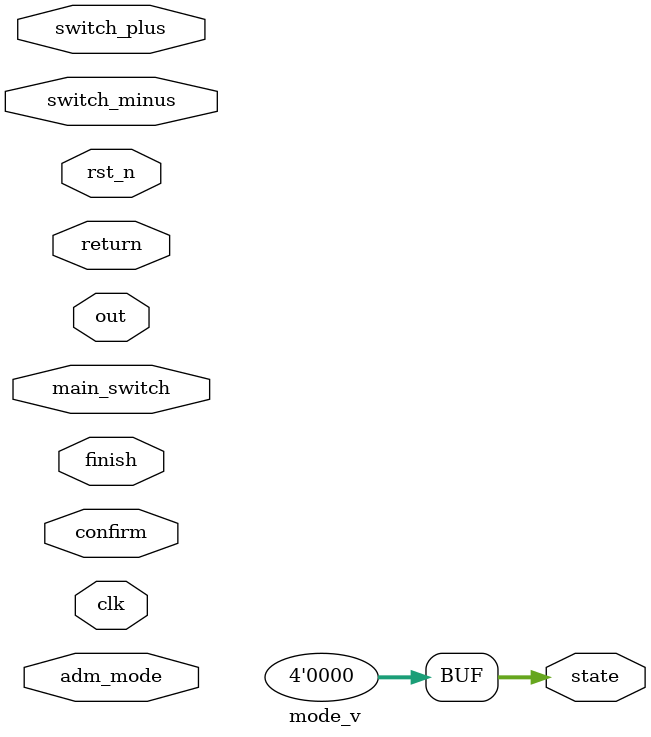
<source format=v>
`timescale 1ns / 1ps


module mode_v(clk, rst_n, main_switch, adm_mode,switch_plus,switch_minus, confirm, return, finish, out, state);
input clk, rst_n,
     main_switch,
     adm_mode,
     switch_plus,switch_minus,
     confirm, return,
     finish, out;

output reg [3:0]state = 4'b0000;


parameter S_OFF = 4'b0000,//?????????????¦Ê?????
          S_INQUIRE = 4'b0001,//????????¦²??5s????§Ý?????????§Ý?????plus??minus???§Ý????
          S_ADD_AMOUNT = 4'b0011,//???????????????????????????????????????
          //???????????????§Ø??????§³??1???????????
          S_PAYMENT = 4'b0010,//???????????????????????????????
          S_SUCCESS = 4'b0110,//?????????????????????????????????????????????????finish????????
          S_FAILURE = 4'b0111,//?????????????????????
          S_ADM1 = 4'b0101,//???inquire
          S_ADM2 = 4'b0100,//???reset
          S_ADM3 = 4'b1100,//???sale
          S_ADM_INQUIRE = 4'b1101,//??????????
          S_ADM_ADD = 4'b1111,//?????????????????????????????
          S_RESET = 4'b1110,//????????????????????finish???????????????
          S_SALE_AMOUNT = 4'b1010,//????????????????????finish???????????????
          S_SUC_ADM = 4'b1011,//?????????????
          S_WELCOME = 4'b1001,//???????
          S_OUT = 4'b1000;//???????????????sold out????????????????

    always@(*)
    begin

        case(state)
            S_OFF:
            case (main_switch)
                1'b1: begin
                    state <= S_INQUIRE;
                    //reset once opening the machine
                end
                default: state <= S_OFF;
            endcase
                

            S_INQUIRE:
            casex ({adm_mode, confirm, out})
                3'b01x: state <= S_ADD_AMOUNT;
                3'b10x, 3'b11x: state <= S_ADM1;
                3'b111: state <= S_OUT;
                3'b110: state <= S_SALE_AMOUNT;
                default: state <= S_INQUIRE;
            endcase
           
            S_ADD_AMOUNT:
            casex ({main_switch, adm_mode, confirm, return})
                4'b0xxx: state <= S_OFF;
                4'b11xx: state <= S_ADM1;
                4'b101x: state <= S_ADD_AMOUNT;
                4'b1001: state <= S_INQUIRE;
                default: state <= S_ADD_AMOUNT;
            endcase
            
            S_PAYMENT:
            casex ({main_switch, adm_mode, confirm, return, finish})
                5'b0xxxx: state <= S_OFF;
                5'b11xxx: state <= S_ADM1;
                5'b101xx,5'b1001x, 5'b10001: state <= S_FAILURE;
                default: state = S_PAYMENT;
            endcase
            

            S_SUCCESS:
            casex ({main_switch, adm_mode, confirm, return, finish})
                5'b0xxxx: state <= S_OFF;
                5'b11xxx: state <= S_ADM1;
                5'b101xx, 5'b1001x, 5'b10001: state <= S_INQUIRE;
                default: state = S_SUCCESS;
            endcase

            S_ADM1:
            casex ({main_switch, adm_mode, switch_plus, switch_minus, confirm})
                5'b0xxxx: state <= S_OFF;
                5'b10xxx: state <= S_INQUIRE;
                5'b111xx: state <= S_ADM2;
                5'b1101x: state <= S_ADM3;
                5'b11001: state <= S_ADM_INQUIRE;
                default: state = S_ADM1;
            endcase

            S_ADM2:
            casex ({main_switch, adm_mode, switch_plus, switch_minus, confirm})
                5'b0xxxx: state <= S_OFF;
                5'b10xxx: state <= S_INQUIRE;
                5'b111xx: state <= S_ADM3;
                5'b1101x: state <= S_ADM1;
                5'b11001: state <= S_RESET;
                default: state = S_ADM2;
            endcase

            S_ADM3:
            casex ({main_switch, adm_mode, switch_plus, switch_minus, confirm})
                5'b0xxxx: state <= S_OFF;
                5'b10xxx: state <= S_INQUIRE;
                5'b111xx: state <= S_ADM1;
                5'b1101x: state <= S_ADM2;
                5'b11001: state <= S_SALE_AMOUNT;
                default: state = S_ADM3;
            endcase

            S_ADM_INQUIRE:
            casex ({main_switch, adm_mode, confirm, return})
                4'b0xxx:  state <= S_OFF;
                4'b10xx:  state <= S_INQUIRE;
                4'b111x:  state <= S_ADM_ADD;
                4'b1101:  state <= S_ADM1;
                default:  state <= S_INQUIRE;
            endcase

            S_ADM_ADD:
            casex ({main_switch, adm_mode, return})
                3'b0xx:  state <= S_OFF;
                3'b10x:  state <= S_INQUIRE;
                3'b111:  state <= S_ADM2;
                default: state <= S_ADM_ADD;
            endcase

            S_RESET:
            casex ({main_switch, adm_mode, confirm, return, finish})
                5'b0xxxx: state <= S_OFF;
                5'b10xxx: state <= S_INQUIRE;
                5'b111xx|5'b1101x|5'b11001: state <= S_ADM2;
                default: state <= S_RESET;
            endcase

            S_SALE_AMOUNT:
            casex ({main_switch, adm_mode, confirm, return, finish})
                5'b0xxxx: state <= S_OFF;
                5'b10xxx: state <= S_INQUIRE;
                5'b111xx|5'b1101x|5'b11001: state <= S_ADM3;
                default: state <= S_SALE_AMOUNT;
            endcase

            S_SUC_ADM:
            casex ({main_switch, adm_mode, confirm, return, finish})
                5'b0xxxx: state <= S_OFF;
                5'b10xxx: state <= S_INQUIRE;
                5'b111xx|5'b1101x|5'b11001: state <= S_ADM1;
                default: state <= S_SALE_AMOUNT;
            endcase

            S_WELCOME:
            casex ({main_switch, confirm, return, finish})
                5'b0xxx: state <= S_OFF;
                5'b11xx|5'b101x|5'b1001: state <= S_INQUIRE;
                default: state <= S_WELCOME;
            endcase

            S_OUT: 
            casex ({main_switch, confirm, return, finish})
                5'b0xxx: state <= S_OFF;
                5'b11xx|5'b101x|5'b1001: state <= S_ADM3;
                default: state <= S_INQUIRE;
            endcase
            default: 
            state <= S_OFF;
        endcase
    
    end
endmodule
</source>
